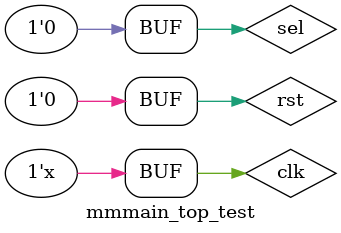
<source format=v>
`timescale 1ns / 1ps


module mmmain_top_test();
    reg clk=1'b0;
    reg rst=1'b1;
    reg sel = 1'b0;
    wire [15:0] led;
    always begin
        #10 clk = ~clk;
    end
    initial begin
        rst = 1'b1;
        #100;
        rst = 1'b0;
    end
    mmmain_top MM(clk, rst, sel,led);
endmodule

</source>
